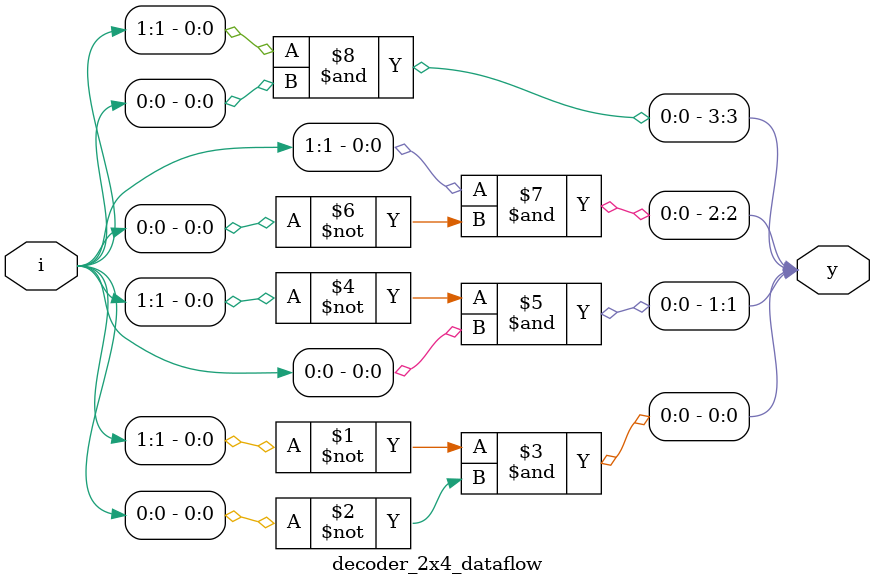
<source format=v>
module decoder_2x4_dataflow(y,i);

input [1:0]i;
output [3:0]y;

assign y = { i[1] & i[0],
             i[1] &  ~i[0],
              ~i[1] & i[0],
              ~i[1] & ~i[0]};

endmodule
</source>
